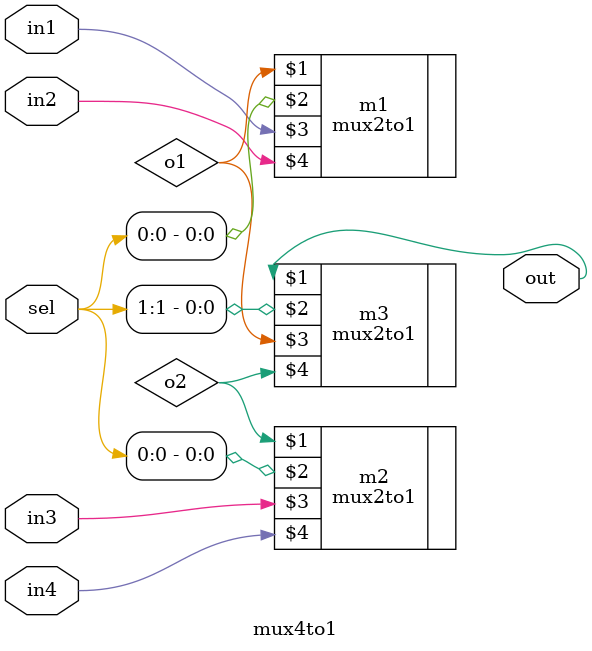
<source format=v>
module mux4to1(in1, in2, in3, in4, sel, out);
	input in1, in2, in3, in4;
	input [1:0]sel;
	output out;
	wire o1, o2;
	
	mux2to1 m1(o1, sel[0], in1, in2);
	mux2to1 m2(o2, sel[0], in3, in4);
	mux2to1 m3(out, sel[1], o1, o2);
endmodule
</source>
